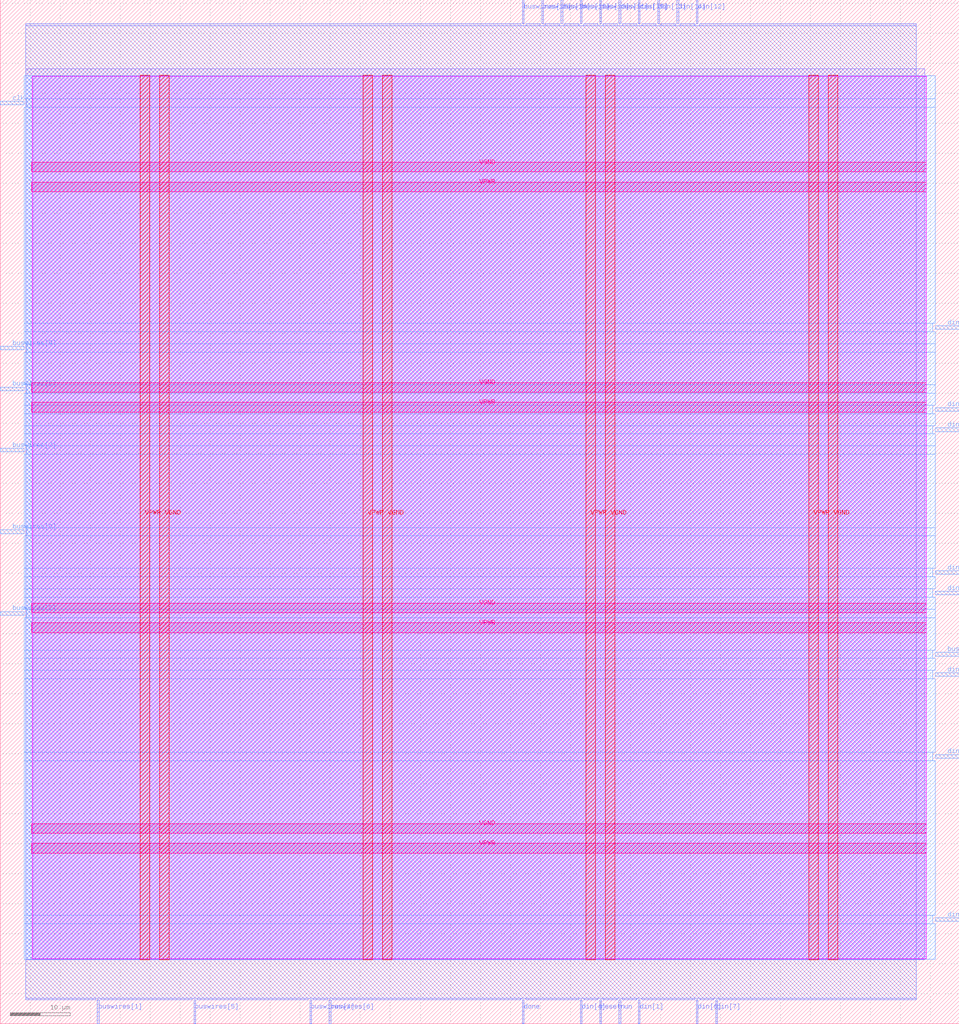
<source format=lef>
VERSION 5.7 ;
  NOWIREEXTENSIONATPIN ON ;
  DIVIDERCHAR "/" ;
  BUSBITCHARS "[]" ;
MACRO CPU
  CLASS BLOCK ;
  FOREIGN CPU ;
  ORIGIN 0.000 0.000 ;
  SIZE 159.815 BY 170.535 ;
  PIN VGND
    DIRECTION INOUT ;
    USE GROUND ;
    PORT
      LAYER met4 ;
        RECT 26.590 10.640 28.190 158.000 ;
    END
    PORT
      LAYER met4 ;
        RECT 63.730 10.640 65.330 158.000 ;
    END
    PORT
      LAYER met4 ;
        RECT 100.870 10.640 102.470 158.000 ;
    END
    PORT
      LAYER met4 ;
        RECT 138.010 10.640 139.610 158.000 ;
    END
    PORT
      LAYER met5 ;
        RECT 5.280 31.740 154.340 33.340 ;
    END
    PORT
      LAYER met5 ;
        RECT 5.280 68.460 154.340 70.060 ;
    END
    PORT
      LAYER met5 ;
        RECT 5.280 105.180 154.340 106.780 ;
    END
    PORT
      LAYER met5 ;
        RECT 5.280 141.900 154.340 143.500 ;
    END
  END VGND
  PIN VPWR
    DIRECTION INOUT ;
    USE POWER ;
    PORT
      LAYER met4 ;
        RECT 23.290 10.640 24.890 158.000 ;
    END
    PORT
      LAYER met4 ;
        RECT 60.430 10.640 62.030 158.000 ;
    END
    PORT
      LAYER met4 ;
        RECT 97.570 10.640 99.170 158.000 ;
    END
    PORT
      LAYER met4 ;
        RECT 134.710 10.640 136.310 158.000 ;
    END
    PORT
      LAYER met5 ;
        RECT 5.280 28.440 154.340 30.040 ;
    END
    PORT
      LAYER met5 ;
        RECT 5.280 65.160 154.340 66.760 ;
    END
    PORT
      LAYER met5 ;
        RECT 5.280 101.880 154.340 103.480 ;
    END
    PORT
      LAYER met5 ;
        RECT 5.280 138.600 154.340 140.200 ;
    END
  END VPWR
  PIN buswires[0]
    DIRECTION OUTPUT ;
    USE SIGNAL ;
    ANTENNADIFFAREA 1.782000 ;
    PORT
      LAYER met3 ;
        RECT 0.000 81.640 4.000 82.240 ;
    END
  END buswires[0]
  PIN buswires[10]
    DIRECTION OUTPUT ;
    USE SIGNAL ;
    ANTENNADIFFAREA 1.782000 ;
    PORT
      LAYER met2 ;
        RECT 103.130 166.535 103.410 170.535 ;
    END
  END buswires[10]
  PIN buswires[11]
    DIRECTION OUTPUT ;
    USE SIGNAL ;
    ANTENNADIFFAREA 1.782000 ;
    PORT
      LAYER met2 ;
        RECT 99.910 166.535 100.190 170.535 ;
    END
  END buswires[11]
  PIN buswires[12]
    DIRECTION OUTPUT ;
    USE SIGNAL ;
    ANTENNADIFFAREA 1.782000 ;
    PORT
      LAYER met2 ;
        RECT 93.470 166.535 93.750 170.535 ;
    END
  END buswires[12]
  PIN buswires[13]
    DIRECTION OUTPUT ;
    USE SIGNAL ;
    ANTENNADIFFAREA 1.782000 ;
    PORT
      LAYER met2 ;
        RECT 96.690 166.535 96.970 170.535 ;
    END
  END buswires[13]
  PIN buswires[14]
    DIRECTION OUTPUT ;
    USE SIGNAL ;
    ANTENNADIFFAREA 1.782000 ;
    PORT
      LAYER met2 ;
        RECT 90.250 166.535 90.530 170.535 ;
    END
  END buswires[14]
  PIN buswires[15]
    DIRECTION OUTPUT ;
    USE SIGNAL ;
    ANTENNADIFFAREA 1.782000 ;
    PORT
      LAYER met2 ;
        RECT 87.030 166.535 87.310 170.535 ;
    END
  END buswires[15]
  PIN buswires[1]
    DIRECTION OUTPUT ;
    USE SIGNAL ;
    ANTENNADIFFAREA 1.782000 ;
    PORT
      LAYER met2 ;
        RECT 16.190 0.000 16.470 4.000 ;
    END
  END buswires[1]
  PIN buswires[2]
    DIRECTION OUTPUT ;
    USE SIGNAL ;
    ANTENNADIFFAREA 1.782000 ;
    PORT
      LAYER met3 ;
        RECT 0.000 68.040 4.000 68.640 ;
    END
  END buswires[2]
  PIN buswires[3]
    DIRECTION OUTPUT ;
    USE SIGNAL ;
    ANTENNADIFFAREA 1.782000 ;
    PORT
      LAYER met3 ;
        RECT 0.000 95.240 4.000 95.840 ;
    END
  END buswires[3]
  PIN buswires[4]
    DIRECTION OUTPUT ;
    USE SIGNAL ;
    ANTENNADIFFAREA 1.782000 ;
    PORT
      LAYER met2 ;
        RECT 51.610 0.000 51.890 4.000 ;
    END
  END buswires[4]
  PIN buswires[5]
    DIRECTION OUTPUT ;
    USE SIGNAL ;
    ANTENNADIFFAREA 1.782000 ;
    PORT
      LAYER met2 ;
        RECT 32.290 0.000 32.570 4.000 ;
    END
  END buswires[5]
  PIN buswires[6]
    DIRECTION OUTPUT ;
    USE SIGNAL ;
    ANTENNADIFFAREA 1.782000 ;
    PORT
      LAYER met2 ;
        RECT 54.830 0.000 55.110 4.000 ;
    END
  END buswires[6]
  PIN buswires[7]
    DIRECTION OUTPUT ;
    USE SIGNAL ;
    ANTENNADIFFAREA 1.782000 ;
    PORT
      LAYER met3 ;
        RECT 155.815 61.240 159.815 61.840 ;
    END
  END buswires[7]
  PIN buswires[8]
    DIRECTION OUTPUT ;
    USE SIGNAL ;
    ANTENNADIFFAREA 1.782000 ;
    PORT
      LAYER met3 ;
        RECT 0.000 105.440 4.000 106.040 ;
    END
  END buswires[8]
  PIN buswires[9]
    DIRECTION OUTPUT ;
    USE SIGNAL ;
    ANTENNADIFFAREA 1.782000 ;
    PORT
      LAYER met3 ;
        RECT 0.000 112.240 4.000 112.840 ;
    END
  END buswires[9]
  PIN clk
    DIRECTION INPUT ;
    USE SIGNAL ;
    ANTENNAGATEAREA 28.460999 ;
    PORT
      LAYER met3 ;
        RECT 0.000 153.040 4.000 153.640 ;
    END
  END clk
  PIN din[0]
    DIRECTION INPUT ;
    USE SIGNAL ;
    ANTENNAGATEAREA 0.196500 ;
    PORT
      LAYER met3 ;
        RECT 155.815 44.240 159.815 44.840 ;
    END
  END din[0]
  PIN din[10]
    DIRECTION INPUT ;
    USE SIGNAL ;
    ANTENNAGATEAREA 0.196500 ;
    PORT
      LAYER met3 ;
        RECT 155.815 115.640 159.815 116.240 ;
    END
  END din[10]
  PIN din[11]
    DIRECTION INPUT ;
    USE SIGNAL ;
    ANTENNAGATEAREA 0.196500 ;
    PORT
      LAYER met3 ;
        RECT 155.815 102.040 159.815 102.640 ;
    END
  END din[11]
  PIN din[12]
    DIRECTION INPUT ;
    USE SIGNAL ;
    ANTENNAGATEAREA 0.196500 ;
    PORT
      LAYER met2 ;
        RECT 116.010 166.535 116.290 170.535 ;
    END
  END din[12]
  PIN din[13]
    DIRECTION INPUT ;
    USE SIGNAL ;
    ANTENNAGATEAREA 0.196500 ;
    PORT
      LAYER met2 ;
        RECT 109.570 166.535 109.850 170.535 ;
    END
  END din[13]
  PIN din[14]
    DIRECTION INPUT ;
    USE SIGNAL ;
    ANTENNAGATEAREA 0.196500 ;
    PORT
      LAYER met2 ;
        RECT 112.790 166.535 113.070 170.535 ;
    END
  END din[14]
  PIN din[15]
    DIRECTION INPUT ;
    USE SIGNAL ;
    ANTENNAGATEAREA 0.196500 ;
    PORT
      LAYER met2 ;
        RECT 106.350 166.535 106.630 170.535 ;
    END
  END din[15]
  PIN din[1]
    DIRECTION INPUT ;
    USE SIGNAL ;
    ANTENNAGATEAREA 0.196500 ;
    PORT
      LAYER met2 ;
        RECT 106.350 0.000 106.630 4.000 ;
    END
  END din[1]
  PIN din[2]
    DIRECTION INPUT ;
    USE SIGNAL ;
    ANTENNAGATEAREA 0.196500 ;
    PORT
      LAYER met3 ;
        RECT 155.815 57.840 159.815 58.440 ;
    END
  END din[2]
  PIN din[3]
    DIRECTION INPUT ;
    USE SIGNAL ;
    ANTENNAGATEAREA 0.196500 ;
    PORT
      LAYER met3 ;
        RECT 155.815 74.840 159.815 75.440 ;
    END
  END din[3]
  PIN din[4]
    DIRECTION INPUT ;
    USE SIGNAL ;
    ANTENNAGATEAREA 0.196500 ;
    PORT
      LAYER met2 ;
        RECT 96.690 0.000 96.970 4.000 ;
    END
  END din[4]
  PIN din[5]
    DIRECTION INPUT ;
    USE SIGNAL ;
    ANTENNAGATEAREA 0.196500 ;
    PORT
      LAYER met3 ;
        RECT 155.815 71.440 159.815 72.040 ;
    END
  END din[5]
  PIN din[6]
    DIRECTION INPUT ;
    USE SIGNAL ;
    ANTENNAGATEAREA 0.196500 ;
    PORT
      LAYER met2 ;
        RECT 116.010 0.000 116.290 4.000 ;
    END
  END din[6]
  PIN din[7]
    DIRECTION INPUT ;
    USE SIGNAL ;
    ANTENNAGATEAREA 0.196500 ;
    PORT
      LAYER met2 ;
        RECT 119.230 0.000 119.510 4.000 ;
    END
  END din[7]
  PIN din[8]
    DIRECTION INPUT ;
    USE SIGNAL ;
    ANTENNAGATEAREA 0.196500 ;
    PORT
      LAYER met3 ;
        RECT 155.815 17.040 159.815 17.640 ;
    END
  END din[8]
  PIN din[9]
    DIRECTION INPUT ;
    USE SIGNAL ;
    ANTENNAGATEAREA 0.196500 ;
    PORT
      LAYER met3 ;
        RECT 155.815 98.640 159.815 99.240 ;
    END
  END din[9]
  PIN done
    DIRECTION OUTPUT ;
    USE SIGNAL ;
    ANTENNADIFFAREA 1.782000 ;
    PORT
      LAYER met2 ;
        RECT 87.030 0.000 87.310 4.000 ;
    END
  END done
  PIN resetn
    DIRECTION INPUT ;
    USE SIGNAL ;
    ANTENNAGATEAREA 0.196500 ;
    PORT
      LAYER met2 ;
        RECT 99.910 0.000 100.190 4.000 ;
    END
  END resetn
  PIN run
    DIRECTION INPUT ;
    USE SIGNAL ;
    ANTENNAGATEAREA 0.196500 ;
    PORT
      LAYER met2 ;
        RECT 103.130 0.000 103.410 4.000 ;
    END
  END run
  OBS
      LAYER nwell ;
        RECT 5.330 10.795 154.290 157.845 ;
      LAYER li1 ;
        RECT 5.520 10.795 154.100 157.845 ;
      LAYER met1 ;
        RECT 4.210 10.640 154.100 159.080 ;
      LAYER met2 ;
        RECT 4.230 166.255 86.750 166.535 ;
        RECT 87.590 166.255 89.970 166.535 ;
        RECT 90.810 166.255 93.190 166.535 ;
        RECT 94.030 166.255 96.410 166.535 ;
        RECT 97.250 166.255 99.630 166.535 ;
        RECT 100.470 166.255 102.850 166.535 ;
        RECT 103.690 166.255 106.070 166.535 ;
        RECT 106.910 166.255 109.290 166.535 ;
        RECT 110.130 166.255 112.510 166.535 ;
        RECT 113.350 166.255 115.730 166.535 ;
        RECT 116.570 166.255 152.630 166.535 ;
        RECT 4.230 4.280 152.630 166.255 ;
        RECT 4.230 4.000 15.910 4.280 ;
        RECT 16.750 4.000 32.010 4.280 ;
        RECT 32.850 4.000 51.330 4.280 ;
        RECT 52.170 4.000 54.550 4.280 ;
        RECT 55.390 4.000 86.750 4.280 ;
        RECT 87.590 4.000 96.410 4.280 ;
        RECT 97.250 4.000 99.630 4.280 ;
        RECT 100.470 4.000 102.850 4.280 ;
        RECT 103.690 4.000 106.070 4.280 ;
        RECT 106.910 4.000 115.730 4.280 ;
        RECT 116.570 4.000 118.950 4.280 ;
        RECT 119.790 4.000 152.630 4.280 ;
      LAYER met3 ;
        RECT 3.990 154.040 155.815 157.925 ;
        RECT 4.400 152.640 155.815 154.040 ;
        RECT 3.990 116.640 155.815 152.640 ;
        RECT 3.990 115.240 155.415 116.640 ;
        RECT 3.990 113.240 155.815 115.240 ;
        RECT 4.400 111.840 155.815 113.240 ;
        RECT 3.990 106.440 155.815 111.840 ;
        RECT 4.400 105.040 155.815 106.440 ;
        RECT 3.990 103.040 155.815 105.040 ;
        RECT 3.990 101.640 155.415 103.040 ;
        RECT 3.990 99.640 155.815 101.640 ;
        RECT 3.990 98.240 155.415 99.640 ;
        RECT 3.990 96.240 155.815 98.240 ;
        RECT 4.400 94.840 155.815 96.240 ;
        RECT 3.990 82.640 155.815 94.840 ;
        RECT 4.400 81.240 155.815 82.640 ;
        RECT 3.990 75.840 155.815 81.240 ;
        RECT 3.990 74.440 155.415 75.840 ;
        RECT 3.990 72.440 155.815 74.440 ;
        RECT 3.990 71.040 155.415 72.440 ;
        RECT 3.990 69.040 155.815 71.040 ;
        RECT 4.400 67.640 155.815 69.040 ;
        RECT 3.990 62.240 155.815 67.640 ;
        RECT 3.990 60.840 155.415 62.240 ;
        RECT 3.990 58.840 155.815 60.840 ;
        RECT 3.990 57.440 155.415 58.840 ;
        RECT 3.990 45.240 155.815 57.440 ;
        RECT 3.990 43.840 155.415 45.240 ;
        RECT 3.990 18.040 155.815 43.840 ;
        RECT 3.990 16.640 155.415 18.040 ;
        RECT 3.990 10.715 155.815 16.640 ;
  END
END CPU
END LIBRARY


</source>
